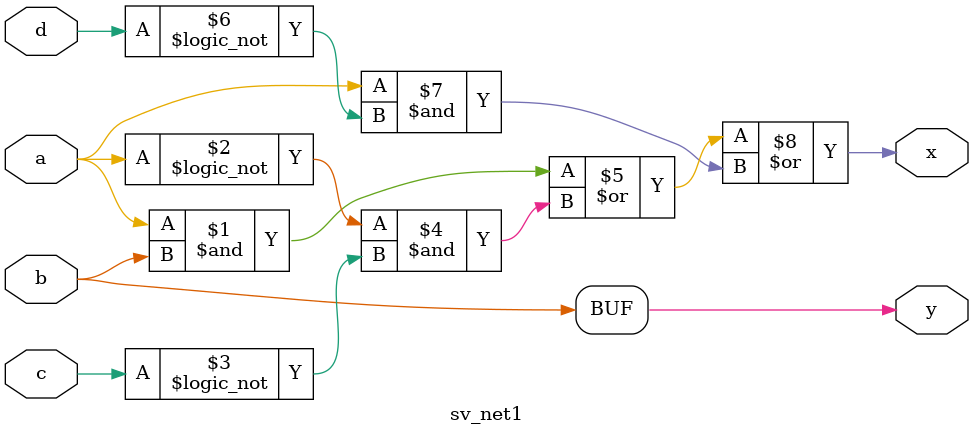
<source format=sv>
/*******************************************************************************
 * @brief Implementation of a net consisting of inputs abcd and outputs xy.
 *
 * @param abcd[in] Input bits.
 * @param xy[out]  Output bits.
 *
 * @note The truth table of the net is shown below:
 *
 *        | abcd | xy |
 *        | 0000 | 10 |
 *        | 0001 | 10 |
 *        | 0010 | 00 |
 *        | 0011 | 00 |
 *        | 0100 | 11 |
 *        | 0101 | 11 |
 *        | 0110 | 01 |
 *        | 0111 | 01 |
 *        | 1000 | 10 |
 *        | 1001 | 00 |
 *        | 1010 | 10 |
 *        | 1011 | 00 |
 *        | 1100 | 11 |
 *        | 1101 | 11 |
 *        | 1110 | 11 |
 *        | 1111 | 11 |
 *
 *       The following equations have been derived for outputs x and y:
 *           - x = ab + a'c' + ad'
 *           - y = b
 ******************************************************************************/
module sv_net1(input logic a, b, c, d, 
               output logic x, y);
    assign x = (a & b) | (!a & !c) | (a & !d);
    assign y = b;
endmodule 
</source>
